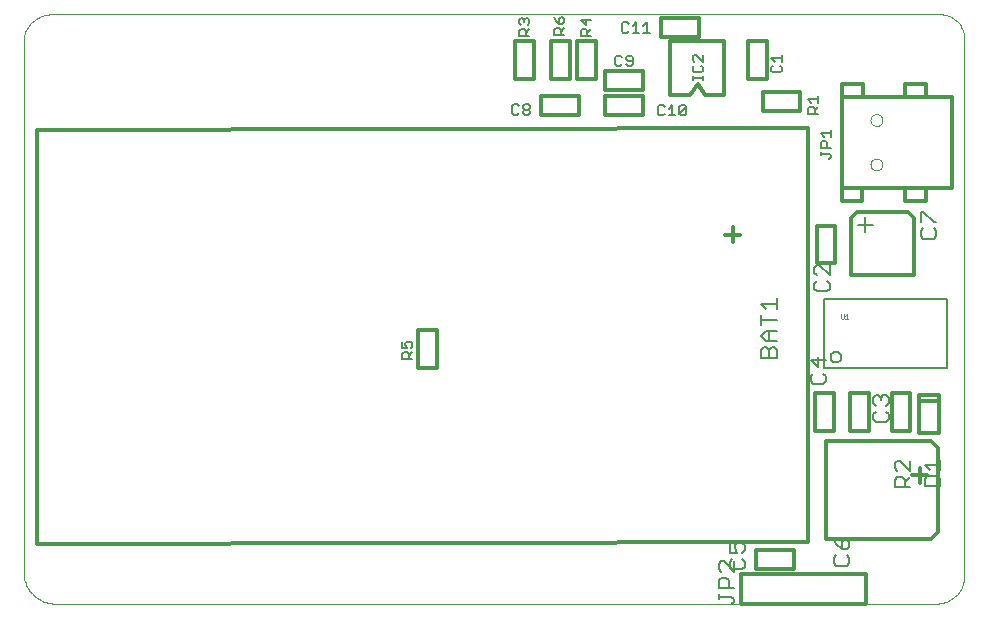
<source format=gto>
G75*
G70*
%OFA0B0*%
%FSLAX24Y24*%
%IPPOS*%
%LPD*%
%AMOC8*
5,1,8,0,0,1.08239X$1,22.5*
%
%ADD10C,0.0118*%
%ADD11C,0.0000*%
%ADD12C,0.0050*%
%ADD13C,0.0080*%
%ADD14C,0.0079*%
%ADD15C,0.0060*%
%ADD16C,0.0010*%
D10*
X000544Y002362D02*
X000544Y016174D01*
X026247Y016233D01*
X026247Y002421D01*
X000544Y002362D01*
X013245Y008228D02*
X013875Y008228D01*
X013875Y009488D01*
X013245Y009488D01*
X013245Y008228D01*
X023497Y012671D02*
X023997Y012671D01*
X023747Y012421D02*
X023747Y012921D01*
X026538Y012974D02*
X026538Y011714D01*
X027168Y011714D01*
X027168Y012974D01*
X026538Y012974D01*
X027684Y013222D02*
X027881Y013419D01*
X029574Y013419D01*
X029771Y013222D01*
X029771Y011332D01*
X027684Y011332D01*
X027684Y013222D01*
X027387Y013801D02*
X027387Y014234D01*
X027379Y014234D02*
X031041Y014234D01*
X031041Y017265D01*
X027379Y017265D01*
X027379Y014234D01*
X027387Y013801D02*
X028068Y013801D01*
X028068Y014234D01*
X029485Y014234D02*
X029485Y013801D01*
X030174Y013801D01*
X030174Y014234D01*
X026002Y016793D02*
X026002Y017423D01*
X024743Y017423D01*
X024743Y016793D01*
X026002Y016793D01*
X027387Y017265D02*
X027387Y017698D01*
X028076Y017698D01*
X028076Y017265D01*
X029485Y017265D02*
X029485Y017698D01*
X030174Y017698D01*
X030174Y017265D01*
X024875Y017853D02*
X024245Y017853D01*
X024245Y019113D01*
X024875Y019113D01*
X024875Y017853D01*
X023464Y017324D02*
X022864Y017324D01*
X022830Y017319D02*
X022579Y017694D01*
X022330Y017319D01*
X022264Y017324D02*
X021664Y017324D01*
X021664Y019124D01*
X023464Y019124D01*
X023464Y017324D01*
X020752Y017298D02*
X020752Y016668D01*
X019493Y016668D01*
X019493Y017298D01*
X020752Y017298D01*
X020752Y017481D02*
X019493Y017481D01*
X019493Y018110D01*
X020752Y018110D01*
X020752Y017481D01*
X019187Y017853D02*
X018557Y017853D01*
X018557Y019113D01*
X019187Y019113D01*
X019187Y017853D01*
X018312Y017853D02*
X017682Y017853D01*
X017682Y019113D01*
X018312Y019113D01*
X018312Y017853D01*
X018627Y017298D02*
X017367Y017298D01*
X017367Y016668D01*
X018627Y016668D01*
X018627Y017298D01*
X017125Y017853D02*
X016495Y017853D01*
X016495Y019113D01*
X017125Y019113D01*
X017125Y017853D01*
X021367Y019273D02*
X021367Y019903D01*
X022627Y019903D01*
X022627Y019273D01*
X021367Y019273D01*
X026475Y007399D02*
X027105Y007399D01*
X027105Y006139D01*
X026475Y006139D01*
X026475Y007399D01*
X027663Y007399D02*
X028293Y007399D01*
X028293Y006139D01*
X027663Y006139D01*
X027663Y007399D01*
X029038Y007399D02*
X029668Y007399D01*
X029668Y006139D01*
X029038Y006139D01*
X029038Y007399D01*
X029965Y007330D02*
X030615Y007330D01*
X030615Y006051D01*
X029965Y006051D01*
X029965Y007330D01*
X029965Y007110D02*
X030615Y007110D01*
X030363Y005791D02*
X030598Y005557D01*
X030598Y002757D01*
X030363Y002523D01*
X026857Y002523D01*
X026857Y005791D01*
X030363Y005791D01*
X029978Y004907D02*
X029978Y004407D01*
X029728Y004657D02*
X030228Y004657D01*
X025795Y002159D02*
X025795Y001529D01*
X024535Y001529D01*
X024535Y002159D01*
X025795Y002159D01*
X024004Y001344D02*
X024004Y000344D01*
X028201Y000344D01*
X028201Y001344D01*
X024004Y001344D01*
D11*
X030534Y000368D02*
X001163Y000368D01*
X001099Y000370D01*
X001035Y000376D01*
X000972Y000385D01*
X000909Y000399D01*
X000848Y000416D01*
X000787Y000437D01*
X000728Y000461D01*
X000670Y000489D01*
X000615Y000521D01*
X000561Y000556D01*
X000509Y000594D01*
X000460Y000635D01*
X000413Y000678D01*
X000370Y000725D01*
X000329Y000774D01*
X000291Y000826D01*
X000256Y000880D01*
X000224Y000935D01*
X000196Y000993D01*
X000172Y001052D01*
X000151Y001113D01*
X000134Y001174D01*
X000120Y001237D01*
X000111Y001300D01*
X000105Y001364D01*
X000103Y001428D01*
X000103Y019083D01*
X000105Y019141D01*
X000110Y019200D01*
X000119Y019257D01*
X000132Y019314D01*
X000149Y019370D01*
X000168Y019425D01*
X000192Y019479D01*
X000218Y019531D01*
X000248Y019581D01*
X000281Y019630D01*
X000316Y019676D01*
X000355Y019720D01*
X000396Y019761D01*
X000440Y019800D01*
X000486Y019835D01*
X000535Y019868D01*
X000585Y019898D01*
X000637Y019924D01*
X000691Y019948D01*
X000746Y019967D01*
X000802Y019984D01*
X000859Y019997D01*
X000916Y020006D01*
X000975Y020011D01*
X001033Y020013D01*
X030661Y020013D01*
X030715Y020011D01*
X030769Y020006D01*
X030823Y019996D01*
X030876Y019983D01*
X030928Y019967D01*
X030978Y019947D01*
X031027Y019924D01*
X031075Y019897D01*
X031120Y019867D01*
X031163Y019834D01*
X031204Y019799D01*
X031243Y019760D01*
X031278Y019719D01*
X031311Y019676D01*
X031341Y019631D01*
X031368Y019583D01*
X031391Y019534D01*
X031411Y019484D01*
X031427Y019432D01*
X031440Y019379D01*
X031450Y019325D01*
X031455Y019271D01*
X031457Y019217D01*
X031458Y019217D02*
X031458Y001292D01*
X031456Y001234D01*
X031451Y001176D01*
X031442Y001119D01*
X031429Y001062D01*
X031413Y001006D01*
X031393Y000952D01*
X031370Y000899D01*
X031344Y000847D01*
X031314Y000797D01*
X031282Y000749D01*
X031246Y000703D01*
X031208Y000659D01*
X031167Y000618D01*
X031123Y000580D01*
X031077Y000544D01*
X031029Y000512D01*
X030979Y000482D01*
X030927Y000456D01*
X030874Y000433D01*
X030820Y000413D01*
X030764Y000397D01*
X030707Y000384D01*
X030650Y000375D01*
X030592Y000370D01*
X030534Y000368D01*
X028334Y015009D02*
X028336Y015036D01*
X028342Y015063D01*
X028351Y015089D01*
X028364Y015113D01*
X028380Y015136D01*
X028399Y015155D01*
X028421Y015172D01*
X028445Y015186D01*
X028470Y015196D01*
X028497Y015203D01*
X028524Y015206D01*
X028552Y015205D01*
X028579Y015200D01*
X028605Y015192D01*
X028629Y015180D01*
X028652Y015164D01*
X028673Y015146D01*
X028690Y015125D01*
X028705Y015101D01*
X028716Y015076D01*
X028724Y015050D01*
X028728Y015023D01*
X028728Y014995D01*
X028724Y014968D01*
X028716Y014942D01*
X028705Y014917D01*
X028690Y014893D01*
X028673Y014872D01*
X028652Y014854D01*
X028630Y014838D01*
X028605Y014826D01*
X028579Y014818D01*
X028552Y014813D01*
X028524Y014812D01*
X028497Y014815D01*
X028470Y014822D01*
X028445Y014832D01*
X028421Y014846D01*
X028399Y014863D01*
X028380Y014882D01*
X028364Y014905D01*
X028351Y014929D01*
X028342Y014955D01*
X028336Y014982D01*
X028334Y015009D01*
X028334Y016490D02*
X028336Y016517D01*
X028342Y016544D01*
X028351Y016570D01*
X028364Y016594D01*
X028380Y016617D01*
X028399Y016636D01*
X028421Y016653D01*
X028445Y016667D01*
X028470Y016677D01*
X028497Y016684D01*
X028524Y016687D01*
X028552Y016686D01*
X028579Y016681D01*
X028605Y016673D01*
X028629Y016661D01*
X028652Y016645D01*
X028673Y016627D01*
X028690Y016606D01*
X028705Y016582D01*
X028716Y016557D01*
X028724Y016531D01*
X028728Y016504D01*
X028728Y016476D01*
X028724Y016449D01*
X028716Y016423D01*
X028705Y016398D01*
X028690Y016374D01*
X028673Y016353D01*
X028652Y016335D01*
X028630Y016319D01*
X028605Y016307D01*
X028579Y016299D01*
X028552Y016294D01*
X028524Y016293D01*
X028497Y016296D01*
X028470Y016303D01*
X028445Y016313D01*
X028421Y016327D01*
X028399Y016344D01*
X028380Y016363D01*
X028364Y016386D01*
X028351Y016410D01*
X028342Y016436D01*
X028336Y016463D01*
X028334Y016490D01*
D12*
X027017Y016157D02*
X027017Y015927D01*
X027017Y016042D02*
X026673Y016042D01*
X026788Y015927D01*
X026845Y015794D02*
X026730Y015794D01*
X026673Y015737D01*
X026673Y015565D01*
X027017Y015565D01*
X026902Y015565D02*
X026902Y015737D01*
X026845Y015794D01*
X026673Y015432D02*
X026673Y015317D01*
X026673Y015374D02*
X026960Y015374D01*
X027017Y015317D01*
X027017Y015260D01*
X026960Y015202D01*
X026588Y016698D02*
X026244Y016698D01*
X026244Y016870D01*
X026302Y016928D01*
X026416Y016928D01*
X026474Y016870D01*
X026474Y016698D01*
X026474Y016813D02*
X026588Y016928D01*
X026588Y017061D02*
X026588Y017290D01*
X026588Y017176D02*
X026244Y017176D01*
X026359Y017061D01*
X025318Y018076D02*
X025088Y018076D01*
X025031Y018134D01*
X025031Y018248D01*
X025088Y018306D01*
X025146Y018439D02*
X025031Y018554D01*
X025375Y018554D01*
X025375Y018668D02*
X025375Y018439D01*
X025318Y018306D02*
X025375Y018248D01*
X025375Y018134D01*
X025318Y018076D01*
X022749Y018136D02*
X022749Y018250D01*
X022692Y018308D01*
X022749Y018441D02*
X022520Y018670D01*
X022463Y018670D01*
X022405Y018613D01*
X022405Y018498D01*
X022463Y018441D01*
X022463Y018308D02*
X022405Y018250D01*
X022405Y018136D01*
X022463Y018078D01*
X022692Y018078D01*
X022749Y018136D01*
X022749Y017951D02*
X022749Y017837D01*
X022749Y017894D02*
X022405Y017894D01*
X022405Y017837D02*
X022405Y017951D01*
X022749Y018441D02*
X022749Y018670D01*
X020994Y019398D02*
X020765Y019398D01*
X020880Y019398D02*
X020880Y019742D01*
X020765Y019628D01*
X020632Y019398D02*
X020403Y019398D01*
X020517Y019398D02*
X020517Y019742D01*
X020403Y019628D01*
X020270Y019685D02*
X020212Y019742D01*
X020098Y019742D01*
X020040Y019685D01*
X020040Y019456D01*
X020098Y019398D01*
X020212Y019398D01*
X020270Y019456D01*
X020245Y018637D02*
X020188Y018580D01*
X020188Y018522D01*
X020245Y018465D01*
X020417Y018465D01*
X020417Y018580D02*
X020360Y018637D01*
X020245Y018637D01*
X020417Y018580D02*
X020417Y018350D01*
X020360Y018293D01*
X020245Y018293D01*
X020188Y018350D01*
X020055Y018350D02*
X019998Y018293D01*
X019883Y018293D01*
X019826Y018350D01*
X019826Y018580D01*
X019883Y018637D01*
X019998Y018637D01*
X020055Y018580D01*
X019016Y019283D02*
X018672Y019283D01*
X018672Y019455D01*
X018730Y019512D01*
X018844Y019512D01*
X018902Y019455D01*
X018902Y019283D01*
X018902Y019397D02*
X019016Y019512D01*
X018844Y019645D02*
X018672Y019817D01*
X019016Y019817D01*
X018844Y019874D02*
X018844Y019645D01*
X018125Y019556D02*
X018010Y019441D01*
X018010Y019498D02*
X018010Y019326D01*
X018125Y019326D02*
X017781Y019326D01*
X017781Y019498D01*
X017838Y019556D01*
X017953Y019556D01*
X018010Y019498D01*
X017953Y019689D02*
X018067Y019689D01*
X018125Y019746D01*
X018125Y019861D01*
X018067Y019918D01*
X018010Y019918D01*
X017953Y019861D01*
X017953Y019689D01*
X017838Y019804D01*
X017781Y019918D01*
X016964Y019827D02*
X016964Y019712D01*
X016906Y019655D01*
X016964Y019522D02*
X016849Y019407D01*
X016849Y019465D02*
X016849Y019293D01*
X016964Y019293D02*
X016620Y019293D01*
X016620Y019465D01*
X016677Y019522D01*
X016792Y019522D01*
X016849Y019465D01*
X016677Y019655D02*
X016620Y019712D01*
X016620Y019827D01*
X016677Y019884D01*
X016734Y019884D01*
X016792Y019827D01*
X016849Y019884D01*
X016906Y019884D01*
X016964Y019827D01*
X016792Y019827D02*
X016792Y019770D01*
X016808Y017012D02*
X016923Y017012D01*
X016980Y016955D01*
X016980Y016897D01*
X016923Y016840D01*
X016808Y016840D01*
X016751Y016897D01*
X016751Y016955D01*
X016808Y017012D01*
X016808Y016840D02*
X016751Y016783D01*
X016751Y016725D01*
X016808Y016668D01*
X016923Y016668D01*
X016980Y016725D01*
X016980Y016783D01*
X016923Y016840D01*
X016617Y016725D02*
X016560Y016668D01*
X016446Y016668D01*
X016388Y016725D01*
X016388Y016955D01*
X016446Y017012D01*
X016560Y017012D01*
X016617Y016955D01*
X021242Y016929D02*
X021242Y016699D01*
X021299Y016642D01*
X021414Y016642D01*
X021471Y016699D01*
X021604Y016642D02*
X021834Y016642D01*
X021719Y016642D02*
X021719Y016986D01*
X021604Y016871D01*
X021471Y016929D02*
X021414Y016986D01*
X021299Y016986D01*
X021242Y016929D01*
X021967Y016929D02*
X021967Y016699D01*
X022196Y016929D01*
X022196Y016699D01*
X022139Y016642D01*
X022024Y016642D01*
X021967Y016699D01*
X021967Y016929D02*
X022024Y016986D01*
X022139Y016986D01*
X022196Y016929D01*
X013062Y009048D02*
X013062Y008934D01*
X013005Y008876D01*
X012890Y008876D02*
X012833Y008991D01*
X012833Y009048D01*
X012890Y009106D01*
X013005Y009106D01*
X013062Y009048D01*
X012890Y008876D02*
X012718Y008876D01*
X012718Y009106D01*
X012776Y008743D02*
X012890Y008743D01*
X012948Y008686D01*
X012948Y008514D01*
X013062Y008514D02*
X012718Y008514D01*
X012718Y008686D01*
X012776Y008743D01*
X012948Y008628D02*
X013062Y008743D01*
D13*
X023642Y002399D02*
X023642Y002059D01*
X023897Y002059D01*
X023812Y002229D01*
X023812Y002314D01*
X023897Y002399D01*
X024067Y002399D01*
X024153Y002314D01*
X024153Y002144D01*
X024067Y002059D01*
X024067Y001856D02*
X024153Y001771D01*
X024153Y001600D01*
X024067Y001515D01*
X023727Y001515D01*
X023642Y001600D01*
X023642Y001771D01*
X023727Y001856D01*
X023788Y001777D02*
X023788Y001436D01*
X023447Y001777D01*
X023362Y001777D01*
X023277Y001692D01*
X023277Y001522D01*
X023362Y001436D01*
X023362Y001233D02*
X023532Y001233D01*
X023617Y001148D01*
X023617Y000893D01*
X023788Y000893D02*
X023277Y000893D01*
X023277Y001148D01*
X023362Y001233D01*
X023277Y000690D02*
X023277Y000519D01*
X023277Y000604D02*
X023702Y000604D01*
X023788Y000519D01*
X023788Y000434D01*
X023702Y000349D01*
X027114Y001719D02*
X027199Y001634D01*
X027540Y001634D01*
X027625Y001719D01*
X027625Y001890D01*
X027540Y001975D01*
X027540Y002178D02*
X027369Y002178D01*
X027369Y002434D01*
X027455Y002519D01*
X027540Y002519D01*
X027625Y002434D01*
X027625Y002263D01*
X027540Y002178D01*
X027369Y002178D02*
X027199Y002348D01*
X027114Y002519D01*
X027199Y001975D02*
X027114Y001890D01*
X027114Y001719D01*
X029142Y004252D02*
X029142Y004508D01*
X029227Y004593D01*
X029397Y004593D01*
X029483Y004508D01*
X029483Y004252D01*
X029653Y004252D02*
X029142Y004252D01*
X029483Y004423D02*
X029653Y004593D01*
X029653Y004796D02*
X029312Y005137D01*
X029227Y005137D01*
X029142Y005052D01*
X029142Y004881D01*
X029227Y004796D01*
X029653Y004796D02*
X029653Y005137D01*
X030142Y004994D02*
X030653Y004994D01*
X030653Y004824D02*
X030653Y005164D01*
X030312Y004824D02*
X030142Y004994D01*
X030227Y004621D02*
X030142Y004535D01*
X030142Y004280D01*
X030653Y004280D01*
X030653Y004535D01*
X030567Y004621D01*
X030227Y004621D01*
X028853Y006428D02*
X028512Y006428D01*
X028427Y006514D01*
X028427Y006684D01*
X028512Y006769D01*
X028512Y006972D02*
X028427Y007057D01*
X028427Y007228D01*
X028512Y007313D01*
X028597Y007313D01*
X028682Y007228D01*
X028768Y007313D01*
X028853Y007313D01*
X028938Y007228D01*
X028938Y007057D01*
X028853Y006972D01*
X028853Y006769D02*
X028938Y006684D01*
X028938Y006514D01*
X028853Y006428D01*
X028682Y007142D02*
X028682Y007228D01*
X026850Y007785D02*
X026850Y007955D01*
X026765Y008040D01*
X026595Y008243D02*
X026595Y008584D01*
X026850Y008499D02*
X026339Y008499D01*
X026595Y008243D01*
X026424Y008040D02*
X026339Y007955D01*
X026339Y007785D01*
X026424Y007700D01*
X026765Y007700D01*
X026850Y007785D01*
X025207Y008571D02*
X025207Y008826D01*
X025122Y008911D01*
X025037Y008911D01*
X024952Y008826D01*
X024952Y008571D01*
X024952Y008826D02*
X024867Y008911D01*
X024781Y008911D01*
X024696Y008826D01*
X024696Y008571D01*
X025207Y008571D01*
X025207Y009114D02*
X024867Y009114D01*
X024696Y009285D01*
X024867Y009455D01*
X025207Y009455D01*
X024952Y009455D02*
X024952Y009114D01*
X024696Y009658D02*
X024696Y009999D01*
X024696Y009828D02*
X025207Y009828D01*
X025207Y010202D02*
X025207Y010542D01*
X025207Y010372D02*
X024696Y010372D01*
X024867Y010202D01*
X026464Y010860D02*
X026549Y010775D01*
X026890Y010775D01*
X026975Y010860D01*
X026975Y011030D01*
X026890Y011116D01*
X026975Y011319D02*
X026634Y011659D01*
X026549Y011659D01*
X026464Y011574D01*
X026464Y011404D01*
X026549Y011319D01*
X026549Y011116D02*
X026464Y011030D01*
X026464Y010860D01*
X026975Y011319D02*
X026975Y011659D01*
X030017Y012626D02*
X030102Y012541D01*
X030443Y012541D01*
X030528Y012626D01*
X030528Y012796D01*
X030443Y012881D01*
X030443Y013084D02*
X030528Y013084D01*
X030443Y013084D02*
X030102Y013425D01*
X030017Y013425D01*
X030017Y013084D01*
X030102Y012881D02*
X030017Y012796D01*
X030017Y012626D01*
D14*
X028415Y013000D02*
X027915Y013000D01*
X028165Y012750D02*
X028165Y013250D01*
D15*
X026801Y010512D02*
X026801Y008209D01*
X030896Y008209D01*
X030896Y010512D01*
X026801Y010512D01*
X027004Y008592D02*
X027006Y008618D01*
X027012Y008644D01*
X027021Y008669D01*
X027034Y008692D01*
X027050Y008713D01*
X027069Y008731D01*
X027091Y008747D01*
X027114Y008759D01*
X027139Y008767D01*
X027165Y008772D01*
X027192Y008773D01*
X027218Y008770D01*
X027243Y008763D01*
X027268Y008753D01*
X027290Y008739D01*
X027311Y008722D01*
X027328Y008703D01*
X027343Y008681D01*
X027354Y008657D01*
X027362Y008631D01*
X027366Y008605D01*
X027366Y008579D01*
X027362Y008553D01*
X027354Y008527D01*
X027343Y008503D01*
X027328Y008481D01*
X027311Y008462D01*
X027290Y008445D01*
X027268Y008431D01*
X027243Y008421D01*
X027218Y008414D01*
X027192Y008411D01*
X027165Y008412D01*
X027139Y008417D01*
X027114Y008425D01*
X027091Y008437D01*
X027069Y008453D01*
X027050Y008471D01*
X027034Y008492D01*
X027021Y008515D01*
X027012Y008540D01*
X027006Y008566D01*
X027004Y008592D01*
D16*
X027378Y009865D02*
X027428Y009865D01*
X027454Y009890D01*
X027454Y010015D01*
X027501Y009965D02*
X027551Y010015D01*
X027551Y009865D01*
X027501Y009865D02*
X027601Y009865D01*
X027378Y009865D02*
X027353Y009890D01*
X027353Y010015D01*
M02*

</source>
